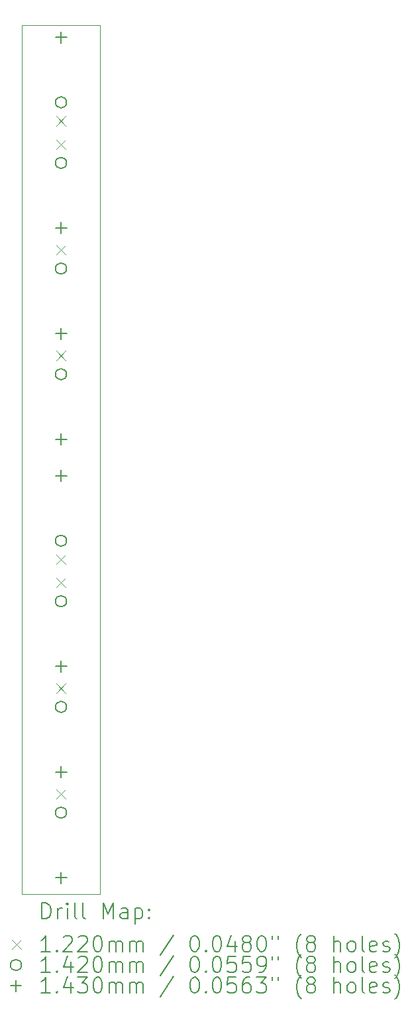
<source format=gbr>
%TF.GenerationSoftware,KiCad,Pcbnew,8.0.2-1*%
%TF.CreationDate,2024-06-17T10:06:54+02:00*%
%TF.ProjectId,passive-mult,70617373-6976-4652-9d6d-756c742e6b69,rev?*%
%TF.SameCoordinates,Original*%
%TF.FileFunction,Drillmap*%
%TF.FilePolarity,Positive*%
%FSLAX45Y45*%
G04 Gerber Fmt 4.5, Leading zero omitted, Abs format (unit mm)*
G04 Created by KiCad (PCBNEW 8.0.2-1) date 2024-06-17 10:06:54*
%MOMM*%
%LPD*%
G01*
G04 APERTURE LIST*
%ADD10C,0.100000*%
%ADD11C,0.200000*%
%ADD12C,0.122000*%
%ADD13C,0.142000*%
%ADD14C,0.143000*%
G04 APERTURE END LIST*
D10*
X5000000Y-5000000D02*
X6000000Y-5000000D01*
X6000000Y-16100000D01*
X5000000Y-16100000D01*
X5000000Y-5000000D01*
D11*
D12*
X5439000Y-6164000D02*
X5561000Y-6286000D01*
X5561000Y-6164000D02*
X5439000Y-6286000D01*
X5439000Y-6464000D02*
X5561000Y-6586000D01*
X5561000Y-6464000D02*
X5439000Y-6586000D01*
X5439000Y-7814000D02*
X5561000Y-7936000D01*
X5561000Y-7814000D02*
X5439000Y-7936000D01*
X5439000Y-9164000D02*
X5561000Y-9286000D01*
X5561000Y-9164000D02*
X5439000Y-9286000D01*
X5439000Y-11764000D02*
X5561000Y-11886000D01*
X5561000Y-11764000D02*
X5439000Y-11886000D01*
X5439000Y-12064000D02*
X5561000Y-12186000D01*
X5561000Y-12064000D02*
X5439000Y-12186000D01*
X5439000Y-13414000D02*
X5561000Y-13536000D01*
X5561000Y-13414000D02*
X5439000Y-13536000D01*
X5439000Y-14764000D02*
X5561000Y-14886000D01*
X5561000Y-14764000D02*
X5439000Y-14886000D01*
D13*
X5571000Y-5988000D02*
G75*
G02*
X5429000Y-5988000I-71000J0D01*
G01*
X5429000Y-5988000D02*
G75*
G02*
X5571000Y-5988000I71000J0D01*
G01*
X5571000Y-6762000D02*
G75*
G02*
X5429000Y-6762000I-71000J0D01*
G01*
X5429000Y-6762000D02*
G75*
G02*
X5571000Y-6762000I71000J0D01*
G01*
X5571000Y-8112000D02*
G75*
G02*
X5429000Y-8112000I-71000J0D01*
G01*
X5429000Y-8112000D02*
G75*
G02*
X5571000Y-8112000I71000J0D01*
G01*
X5571000Y-9462000D02*
G75*
G02*
X5429000Y-9462000I-71000J0D01*
G01*
X5429000Y-9462000D02*
G75*
G02*
X5571000Y-9462000I71000J0D01*
G01*
X5571000Y-11588000D02*
G75*
G02*
X5429000Y-11588000I-71000J0D01*
G01*
X5429000Y-11588000D02*
G75*
G02*
X5571000Y-11588000I71000J0D01*
G01*
X5571000Y-12362000D02*
G75*
G02*
X5429000Y-12362000I-71000J0D01*
G01*
X5429000Y-12362000D02*
G75*
G02*
X5571000Y-12362000I71000J0D01*
G01*
X5571000Y-13712000D02*
G75*
G02*
X5429000Y-13712000I-71000J0D01*
G01*
X5429000Y-13712000D02*
G75*
G02*
X5571000Y-13712000I71000J0D01*
G01*
X5571000Y-15062000D02*
G75*
G02*
X5429000Y-15062000I-71000J0D01*
G01*
X5429000Y-15062000D02*
G75*
G02*
X5571000Y-15062000I71000J0D01*
G01*
D14*
X5500000Y-5086500D02*
X5500000Y-5229500D01*
X5428500Y-5158000D02*
X5571500Y-5158000D01*
X5500000Y-7520500D02*
X5500000Y-7663500D01*
X5428500Y-7592000D02*
X5571500Y-7592000D01*
X5500000Y-8870500D02*
X5500000Y-9013500D01*
X5428500Y-8942000D02*
X5571500Y-8942000D01*
X5500000Y-10220500D02*
X5500000Y-10363500D01*
X5428500Y-10292000D02*
X5571500Y-10292000D01*
X5500000Y-10686500D02*
X5500000Y-10829500D01*
X5428500Y-10758000D02*
X5571500Y-10758000D01*
X5500000Y-13120500D02*
X5500000Y-13263500D01*
X5428500Y-13192000D02*
X5571500Y-13192000D01*
X5500000Y-14470500D02*
X5500000Y-14613500D01*
X5428500Y-14542000D02*
X5571500Y-14542000D01*
X5500000Y-15820500D02*
X5500000Y-15963500D01*
X5428500Y-15892000D02*
X5571500Y-15892000D01*
D11*
X5255777Y-16416484D02*
X5255777Y-16216484D01*
X5255777Y-16216484D02*
X5303396Y-16216484D01*
X5303396Y-16216484D02*
X5331967Y-16226008D01*
X5331967Y-16226008D02*
X5351015Y-16245055D01*
X5351015Y-16245055D02*
X5360539Y-16264103D01*
X5360539Y-16264103D02*
X5370063Y-16302198D01*
X5370063Y-16302198D02*
X5370063Y-16330769D01*
X5370063Y-16330769D02*
X5360539Y-16368865D01*
X5360539Y-16368865D02*
X5351015Y-16387912D01*
X5351015Y-16387912D02*
X5331967Y-16406960D01*
X5331967Y-16406960D02*
X5303396Y-16416484D01*
X5303396Y-16416484D02*
X5255777Y-16416484D01*
X5455777Y-16416484D02*
X5455777Y-16283150D01*
X5455777Y-16321246D02*
X5465301Y-16302198D01*
X5465301Y-16302198D02*
X5474824Y-16292674D01*
X5474824Y-16292674D02*
X5493872Y-16283150D01*
X5493872Y-16283150D02*
X5512920Y-16283150D01*
X5579586Y-16416484D02*
X5579586Y-16283150D01*
X5579586Y-16216484D02*
X5570063Y-16226008D01*
X5570063Y-16226008D02*
X5579586Y-16235531D01*
X5579586Y-16235531D02*
X5589110Y-16226008D01*
X5589110Y-16226008D02*
X5579586Y-16216484D01*
X5579586Y-16216484D02*
X5579586Y-16235531D01*
X5703396Y-16416484D02*
X5684348Y-16406960D01*
X5684348Y-16406960D02*
X5674824Y-16387912D01*
X5674824Y-16387912D02*
X5674824Y-16216484D01*
X5808158Y-16416484D02*
X5789110Y-16406960D01*
X5789110Y-16406960D02*
X5779586Y-16387912D01*
X5779586Y-16387912D02*
X5779586Y-16216484D01*
X6036729Y-16416484D02*
X6036729Y-16216484D01*
X6036729Y-16216484D02*
X6103396Y-16359341D01*
X6103396Y-16359341D02*
X6170062Y-16216484D01*
X6170062Y-16216484D02*
X6170062Y-16416484D01*
X6351015Y-16416484D02*
X6351015Y-16311722D01*
X6351015Y-16311722D02*
X6341491Y-16292674D01*
X6341491Y-16292674D02*
X6322443Y-16283150D01*
X6322443Y-16283150D02*
X6284348Y-16283150D01*
X6284348Y-16283150D02*
X6265301Y-16292674D01*
X6351015Y-16406960D02*
X6331967Y-16416484D01*
X6331967Y-16416484D02*
X6284348Y-16416484D01*
X6284348Y-16416484D02*
X6265301Y-16406960D01*
X6265301Y-16406960D02*
X6255777Y-16387912D01*
X6255777Y-16387912D02*
X6255777Y-16368865D01*
X6255777Y-16368865D02*
X6265301Y-16349817D01*
X6265301Y-16349817D02*
X6284348Y-16340293D01*
X6284348Y-16340293D02*
X6331967Y-16340293D01*
X6331967Y-16340293D02*
X6351015Y-16330769D01*
X6446253Y-16283150D02*
X6446253Y-16483150D01*
X6446253Y-16292674D02*
X6465301Y-16283150D01*
X6465301Y-16283150D02*
X6503396Y-16283150D01*
X6503396Y-16283150D02*
X6522443Y-16292674D01*
X6522443Y-16292674D02*
X6531967Y-16302198D01*
X6531967Y-16302198D02*
X6541491Y-16321246D01*
X6541491Y-16321246D02*
X6541491Y-16378388D01*
X6541491Y-16378388D02*
X6531967Y-16397436D01*
X6531967Y-16397436D02*
X6522443Y-16406960D01*
X6522443Y-16406960D02*
X6503396Y-16416484D01*
X6503396Y-16416484D02*
X6465301Y-16416484D01*
X6465301Y-16416484D02*
X6446253Y-16406960D01*
X6627205Y-16397436D02*
X6636729Y-16406960D01*
X6636729Y-16406960D02*
X6627205Y-16416484D01*
X6627205Y-16416484D02*
X6617682Y-16406960D01*
X6617682Y-16406960D02*
X6627205Y-16397436D01*
X6627205Y-16397436D02*
X6627205Y-16416484D01*
X6627205Y-16292674D02*
X6636729Y-16302198D01*
X6636729Y-16302198D02*
X6627205Y-16311722D01*
X6627205Y-16311722D02*
X6617682Y-16302198D01*
X6617682Y-16302198D02*
X6627205Y-16292674D01*
X6627205Y-16292674D02*
X6627205Y-16311722D01*
D12*
X4873000Y-16684000D02*
X4995000Y-16806000D01*
X4995000Y-16684000D02*
X4873000Y-16806000D01*
D11*
X5360539Y-16836484D02*
X5246253Y-16836484D01*
X5303396Y-16836484D02*
X5303396Y-16636484D01*
X5303396Y-16636484D02*
X5284348Y-16665055D01*
X5284348Y-16665055D02*
X5265301Y-16684103D01*
X5265301Y-16684103D02*
X5246253Y-16693627D01*
X5446253Y-16817436D02*
X5455777Y-16826960D01*
X5455777Y-16826960D02*
X5446253Y-16836484D01*
X5446253Y-16836484D02*
X5436729Y-16826960D01*
X5436729Y-16826960D02*
X5446253Y-16817436D01*
X5446253Y-16817436D02*
X5446253Y-16836484D01*
X5531967Y-16655531D02*
X5541491Y-16646008D01*
X5541491Y-16646008D02*
X5560539Y-16636484D01*
X5560539Y-16636484D02*
X5608158Y-16636484D01*
X5608158Y-16636484D02*
X5627205Y-16646008D01*
X5627205Y-16646008D02*
X5636729Y-16655531D01*
X5636729Y-16655531D02*
X5646253Y-16674579D01*
X5646253Y-16674579D02*
X5646253Y-16693627D01*
X5646253Y-16693627D02*
X5636729Y-16722198D01*
X5636729Y-16722198D02*
X5522444Y-16836484D01*
X5522444Y-16836484D02*
X5646253Y-16836484D01*
X5722443Y-16655531D02*
X5731967Y-16646008D01*
X5731967Y-16646008D02*
X5751015Y-16636484D01*
X5751015Y-16636484D02*
X5798634Y-16636484D01*
X5798634Y-16636484D02*
X5817682Y-16646008D01*
X5817682Y-16646008D02*
X5827205Y-16655531D01*
X5827205Y-16655531D02*
X5836729Y-16674579D01*
X5836729Y-16674579D02*
X5836729Y-16693627D01*
X5836729Y-16693627D02*
X5827205Y-16722198D01*
X5827205Y-16722198D02*
X5712920Y-16836484D01*
X5712920Y-16836484D02*
X5836729Y-16836484D01*
X5960539Y-16636484D02*
X5979586Y-16636484D01*
X5979586Y-16636484D02*
X5998634Y-16646008D01*
X5998634Y-16646008D02*
X6008158Y-16655531D01*
X6008158Y-16655531D02*
X6017682Y-16674579D01*
X6017682Y-16674579D02*
X6027205Y-16712674D01*
X6027205Y-16712674D02*
X6027205Y-16760293D01*
X6027205Y-16760293D02*
X6017682Y-16798389D01*
X6017682Y-16798389D02*
X6008158Y-16817436D01*
X6008158Y-16817436D02*
X5998634Y-16826960D01*
X5998634Y-16826960D02*
X5979586Y-16836484D01*
X5979586Y-16836484D02*
X5960539Y-16836484D01*
X5960539Y-16836484D02*
X5941491Y-16826960D01*
X5941491Y-16826960D02*
X5931967Y-16817436D01*
X5931967Y-16817436D02*
X5922443Y-16798389D01*
X5922443Y-16798389D02*
X5912920Y-16760293D01*
X5912920Y-16760293D02*
X5912920Y-16712674D01*
X5912920Y-16712674D02*
X5922443Y-16674579D01*
X5922443Y-16674579D02*
X5931967Y-16655531D01*
X5931967Y-16655531D02*
X5941491Y-16646008D01*
X5941491Y-16646008D02*
X5960539Y-16636484D01*
X6112920Y-16836484D02*
X6112920Y-16703150D01*
X6112920Y-16722198D02*
X6122443Y-16712674D01*
X6122443Y-16712674D02*
X6141491Y-16703150D01*
X6141491Y-16703150D02*
X6170063Y-16703150D01*
X6170063Y-16703150D02*
X6189110Y-16712674D01*
X6189110Y-16712674D02*
X6198634Y-16731722D01*
X6198634Y-16731722D02*
X6198634Y-16836484D01*
X6198634Y-16731722D02*
X6208158Y-16712674D01*
X6208158Y-16712674D02*
X6227205Y-16703150D01*
X6227205Y-16703150D02*
X6255777Y-16703150D01*
X6255777Y-16703150D02*
X6274824Y-16712674D01*
X6274824Y-16712674D02*
X6284348Y-16731722D01*
X6284348Y-16731722D02*
X6284348Y-16836484D01*
X6379586Y-16836484D02*
X6379586Y-16703150D01*
X6379586Y-16722198D02*
X6389110Y-16712674D01*
X6389110Y-16712674D02*
X6408158Y-16703150D01*
X6408158Y-16703150D02*
X6436729Y-16703150D01*
X6436729Y-16703150D02*
X6455777Y-16712674D01*
X6455777Y-16712674D02*
X6465301Y-16731722D01*
X6465301Y-16731722D02*
X6465301Y-16836484D01*
X6465301Y-16731722D02*
X6474824Y-16712674D01*
X6474824Y-16712674D02*
X6493872Y-16703150D01*
X6493872Y-16703150D02*
X6522443Y-16703150D01*
X6522443Y-16703150D02*
X6541491Y-16712674D01*
X6541491Y-16712674D02*
X6551015Y-16731722D01*
X6551015Y-16731722D02*
X6551015Y-16836484D01*
X6941491Y-16626960D02*
X6770063Y-16884103D01*
X7198634Y-16636484D02*
X7217682Y-16636484D01*
X7217682Y-16636484D02*
X7236729Y-16646008D01*
X7236729Y-16646008D02*
X7246253Y-16655531D01*
X7246253Y-16655531D02*
X7255777Y-16674579D01*
X7255777Y-16674579D02*
X7265301Y-16712674D01*
X7265301Y-16712674D02*
X7265301Y-16760293D01*
X7265301Y-16760293D02*
X7255777Y-16798389D01*
X7255777Y-16798389D02*
X7246253Y-16817436D01*
X7246253Y-16817436D02*
X7236729Y-16826960D01*
X7236729Y-16826960D02*
X7217682Y-16836484D01*
X7217682Y-16836484D02*
X7198634Y-16836484D01*
X7198634Y-16836484D02*
X7179586Y-16826960D01*
X7179586Y-16826960D02*
X7170063Y-16817436D01*
X7170063Y-16817436D02*
X7160539Y-16798389D01*
X7160539Y-16798389D02*
X7151015Y-16760293D01*
X7151015Y-16760293D02*
X7151015Y-16712674D01*
X7151015Y-16712674D02*
X7160539Y-16674579D01*
X7160539Y-16674579D02*
X7170063Y-16655531D01*
X7170063Y-16655531D02*
X7179586Y-16646008D01*
X7179586Y-16646008D02*
X7198634Y-16636484D01*
X7351015Y-16817436D02*
X7360539Y-16826960D01*
X7360539Y-16826960D02*
X7351015Y-16836484D01*
X7351015Y-16836484D02*
X7341491Y-16826960D01*
X7341491Y-16826960D02*
X7351015Y-16817436D01*
X7351015Y-16817436D02*
X7351015Y-16836484D01*
X7484348Y-16636484D02*
X7503396Y-16636484D01*
X7503396Y-16636484D02*
X7522444Y-16646008D01*
X7522444Y-16646008D02*
X7531967Y-16655531D01*
X7531967Y-16655531D02*
X7541491Y-16674579D01*
X7541491Y-16674579D02*
X7551015Y-16712674D01*
X7551015Y-16712674D02*
X7551015Y-16760293D01*
X7551015Y-16760293D02*
X7541491Y-16798389D01*
X7541491Y-16798389D02*
X7531967Y-16817436D01*
X7531967Y-16817436D02*
X7522444Y-16826960D01*
X7522444Y-16826960D02*
X7503396Y-16836484D01*
X7503396Y-16836484D02*
X7484348Y-16836484D01*
X7484348Y-16836484D02*
X7465301Y-16826960D01*
X7465301Y-16826960D02*
X7455777Y-16817436D01*
X7455777Y-16817436D02*
X7446253Y-16798389D01*
X7446253Y-16798389D02*
X7436729Y-16760293D01*
X7436729Y-16760293D02*
X7436729Y-16712674D01*
X7436729Y-16712674D02*
X7446253Y-16674579D01*
X7446253Y-16674579D02*
X7455777Y-16655531D01*
X7455777Y-16655531D02*
X7465301Y-16646008D01*
X7465301Y-16646008D02*
X7484348Y-16636484D01*
X7722444Y-16703150D02*
X7722444Y-16836484D01*
X7674825Y-16626960D02*
X7627206Y-16769817D01*
X7627206Y-16769817D02*
X7751015Y-16769817D01*
X7855777Y-16722198D02*
X7836729Y-16712674D01*
X7836729Y-16712674D02*
X7827206Y-16703150D01*
X7827206Y-16703150D02*
X7817682Y-16684103D01*
X7817682Y-16684103D02*
X7817682Y-16674579D01*
X7817682Y-16674579D02*
X7827206Y-16655531D01*
X7827206Y-16655531D02*
X7836729Y-16646008D01*
X7836729Y-16646008D02*
X7855777Y-16636484D01*
X7855777Y-16636484D02*
X7893872Y-16636484D01*
X7893872Y-16636484D02*
X7912920Y-16646008D01*
X7912920Y-16646008D02*
X7922444Y-16655531D01*
X7922444Y-16655531D02*
X7931967Y-16674579D01*
X7931967Y-16674579D02*
X7931967Y-16684103D01*
X7931967Y-16684103D02*
X7922444Y-16703150D01*
X7922444Y-16703150D02*
X7912920Y-16712674D01*
X7912920Y-16712674D02*
X7893872Y-16722198D01*
X7893872Y-16722198D02*
X7855777Y-16722198D01*
X7855777Y-16722198D02*
X7836729Y-16731722D01*
X7836729Y-16731722D02*
X7827206Y-16741246D01*
X7827206Y-16741246D02*
X7817682Y-16760293D01*
X7817682Y-16760293D02*
X7817682Y-16798389D01*
X7817682Y-16798389D02*
X7827206Y-16817436D01*
X7827206Y-16817436D02*
X7836729Y-16826960D01*
X7836729Y-16826960D02*
X7855777Y-16836484D01*
X7855777Y-16836484D02*
X7893872Y-16836484D01*
X7893872Y-16836484D02*
X7912920Y-16826960D01*
X7912920Y-16826960D02*
X7922444Y-16817436D01*
X7922444Y-16817436D02*
X7931967Y-16798389D01*
X7931967Y-16798389D02*
X7931967Y-16760293D01*
X7931967Y-16760293D02*
X7922444Y-16741246D01*
X7922444Y-16741246D02*
X7912920Y-16731722D01*
X7912920Y-16731722D02*
X7893872Y-16722198D01*
X8055777Y-16636484D02*
X8074825Y-16636484D01*
X8074825Y-16636484D02*
X8093872Y-16646008D01*
X8093872Y-16646008D02*
X8103396Y-16655531D01*
X8103396Y-16655531D02*
X8112920Y-16674579D01*
X8112920Y-16674579D02*
X8122444Y-16712674D01*
X8122444Y-16712674D02*
X8122444Y-16760293D01*
X8122444Y-16760293D02*
X8112920Y-16798389D01*
X8112920Y-16798389D02*
X8103396Y-16817436D01*
X8103396Y-16817436D02*
X8093872Y-16826960D01*
X8093872Y-16826960D02*
X8074825Y-16836484D01*
X8074825Y-16836484D02*
X8055777Y-16836484D01*
X8055777Y-16836484D02*
X8036729Y-16826960D01*
X8036729Y-16826960D02*
X8027206Y-16817436D01*
X8027206Y-16817436D02*
X8017682Y-16798389D01*
X8017682Y-16798389D02*
X8008158Y-16760293D01*
X8008158Y-16760293D02*
X8008158Y-16712674D01*
X8008158Y-16712674D02*
X8017682Y-16674579D01*
X8017682Y-16674579D02*
X8027206Y-16655531D01*
X8027206Y-16655531D02*
X8036729Y-16646008D01*
X8036729Y-16646008D02*
X8055777Y-16636484D01*
X8198634Y-16636484D02*
X8198634Y-16674579D01*
X8274825Y-16636484D02*
X8274825Y-16674579D01*
X8570063Y-16912674D02*
X8560539Y-16903150D01*
X8560539Y-16903150D02*
X8541491Y-16874579D01*
X8541491Y-16874579D02*
X8531968Y-16855531D01*
X8531968Y-16855531D02*
X8522444Y-16826960D01*
X8522444Y-16826960D02*
X8512920Y-16779341D01*
X8512920Y-16779341D02*
X8512920Y-16741246D01*
X8512920Y-16741246D02*
X8522444Y-16693627D01*
X8522444Y-16693627D02*
X8531968Y-16665055D01*
X8531968Y-16665055D02*
X8541491Y-16646008D01*
X8541491Y-16646008D02*
X8560539Y-16617436D01*
X8560539Y-16617436D02*
X8570063Y-16607912D01*
X8674825Y-16722198D02*
X8655777Y-16712674D01*
X8655777Y-16712674D02*
X8646253Y-16703150D01*
X8646253Y-16703150D02*
X8636730Y-16684103D01*
X8636730Y-16684103D02*
X8636730Y-16674579D01*
X8636730Y-16674579D02*
X8646253Y-16655531D01*
X8646253Y-16655531D02*
X8655777Y-16646008D01*
X8655777Y-16646008D02*
X8674825Y-16636484D01*
X8674825Y-16636484D02*
X8712920Y-16636484D01*
X8712920Y-16636484D02*
X8731968Y-16646008D01*
X8731968Y-16646008D02*
X8741491Y-16655531D01*
X8741491Y-16655531D02*
X8751015Y-16674579D01*
X8751015Y-16674579D02*
X8751015Y-16684103D01*
X8751015Y-16684103D02*
X8741491Y-16703150D01*
X8741491Y-16703150D02*
X8731968Y-16712674D01*
X8731968Y-16712674D02*
X8712920Y-16722198D01*
X8712920Y-16722198D02*
X8674825Y-16722198D01*
X8674825Y-16722198D02*
X8655777Y-16731722D01*
X8655777Y-16731722D02*
X8646253Y-16741246D01*
X8646253Y-16741246D02*
X8636730Y-16760293D01*
X8636730Y-16760293D02*
X8636730Y-16798389D01*
X8636730Y-16798389D02*
X8646253Y-16817436D01*
X8646253Y-16817436D02*
X8655777Y-16826960D01*
X8655777Y-16826960D02*
X8674825Y-16836484D01*
X8674825Y-16836484D02*
X8712920Y-16836484D01*
X8712920Y-16836484D02*
X8731968Y-16826960D01*
X8731968Y-16826960D02*
X8741491Y-16817436D01*
X8741491Y-16817436D02*
X8751015Y-16798389D01*
X8751015Y-16798389D02*
X8751015Y-16760293D01*
X8751015Y-16760293D02*
X8741491Y-16741246D01*
X8741491Y-16741246D02*
X8731968Y-16731722D01*
X8731968Y-16731722D02*
X8712920Y-16722198D01*
X8989111Y-16836484D02*
X8989111Y-16636484D01*
X9074825Y-16836484D02*
X9074825Y-16731722D01*
X9074825Y-16731722D02*
X9065301Y-16712674D01*
X9065301Y-16712674D02*
X9046253Y-16703150D01*
X9046253Y-16703150D02*
X9017682Y-16703150D01*
X9017682Y-16703150D02*
X8998634Y-16712674D01*
X8998634Y-16712674D02*
X8989111Y-16722198D01*
X9198634Y-16836484D02*
X9179587Y-16826960D01*
X9179587Y-16826960D02*
X9170063Y-16817436D01*
X9170063Y-16817436D02*
X9160539Y-16798389D01*
X9160539Y-16798389D02*
X9160539Y-16741246D01*
X9160539Y-16741246D02*
X9170063Y-16722198D01*
X9170063Y-16722198D02*
X9179587Y-16712674D01*
X9179587Y-16712674D02*
X9198634Y-16703150D01*
X9198634Y-16703150D02*
X9227206Y-16703150D01*
X9227206Y-16703150D02*
X9246253Y-16712674D01*
X9246253Y-16712674D02*
X9255777Y-16722198D01*
X9255777Y-16722198D02*
X9265301Y-16741246D01*
X9265301Y-16741246D02*
X9265301Y-16798389D01*
X9265301Y-16798389D02*
X9255777Y-16817436D01*
X9255777Y-16817436D02*
X9246253Y-16826960D01*
X9246253Y-16826960D02*
X9227206Y-16836484D01*
X9227206Y-16836484D02*
X9198634Y-16836484D01*
X9379587Y-16836484D02*
X9360539Y-16826960D01*
X9360539Y-16826960D02*
X9351015Y-16807912D01*
X9351015Y-16807912D02*
X9351015Y-16636484D01*
X9531968Y-16826960D02*
X9512920Y-16836484D01*
X9512920Y-16836484D02*
X9474825Y-16836484D01*
X9474825Y-16836484D02*
X9455777Y-16826960D01*
X9455777Y-16826960D02*
X9446253Y-16807912D01*
X9446253Y-16807912D02*
X9446253Y-16731722D01*
X9446253Y-16731722D02*
X9455777Y-16712674D01*
X9455777Y-16712674D02*
X9474825Y-16703150D01*
X9474825Y-16703150D02*
X9512920Y-16703150D01*
X9512920Y-16703150D02*
X9531968Y-16712674D01*
X9531968Y-16712674D02*
X9541492Y-16731722D01*
X9541492Y-16731722D02*
X9541492Y-16750769D01*
X9541492Y-16750769D02*
X9446253Y-16769817D01*
X9617682Y-16826960D02*
X9636730Y-16836484D01*
X9636730Y-16836484D02*
X9674825Y-16836484D01*
X9674825Y-16836484D02*
X9693873Y-16826960D01*
X9693873Y-16826960D02*
X9703396Y-16807912D01*
X9703396Y-16807912D02*
X9703396Y-16798389D01*
X9703396Y-16798389D02*
X9693873Y-16779341D01*
X9693873Y-16779341D02*
X9674825Y-16769817D01*
X9674825Y-16769817D02*
X9646253Y-16769817D01*
X9646253Y-16769817D02*
X9627206Y-16760293D01*
X9627206Y-16760293D02*
X9617682Y-16741246D01*
X9617682Y-16741246D02*
X9617682Y-16731722D01*
X9617682Y-16731722D02*
X9627206Y-16712674D01*
X9627206Y-16712674D02*
X9646253Y-16703150D01*
X9646253Y-16703150D02*
X9674825Y-16703150D01*
X9674825Y-16703150D02*
X9693873Y-16712674D01*
X9770063Y-16912674D02*
X9779587Y-16903150D01*
X9779587Y-16903150D02*
X9798634Y-16874579D01*
X9798634Y-16874579D02*
X9808158Y-16855531D01*
X9808158Y-16855531D02*
X9817682Y-16826960D01*
X9817682Y-16826960D02*
X9827206Y-16779341D01*
X9827206Y-16779341D02*
X9827206Y-16741246D01*
X9827206Y-16741246D02*
X9817682Y-16693627D01*
X9817682Y-16693627D02*
X9808158Y-16665055D01*
X9808158Y-16665055D02*
X9798634Y-16646008D01*
X9798634Y-16646008D02*
X9779587Y-16617436D01*
X9779587Y-16617436D02*
X9770063Y-16607912D01*
D13*
X4995000Y-17009000D02*
G75*
G02*
X4853000Y-17009000I-71000J0D01*
G01*
X4853000Y-17009000D02*
G75*
G02*
X4995000Y-17009000I71000J0D01*
G01*
D11*
X5360539Y-17100484D02*
X5246253Y-17100484D01*
X5303396Y-17100484D02*
X5303396Y-16900484D01*
X5303396Y-16900484D02*
X5284348Y-16929055D01*
X5284348Y-16929055D02*
X5265301Y-16948103D01*
X5265301Y-16948103D02*
X5246253Y-16957627D01*
X5446253Y-17081436D02*
X5455777Y-17090960D01*
X5455777Y-17090960D02*
X5446253Y-17100484D01*
X5446253Y-17100484D02*
X5436729Y-17090960D01*
X5436729Y-17090960D02*
X5446253Y-17081436D01*
X5446253Y-17081436D02*
X5446253Y-17100484D01*
X5627205Y-16967150D02*
X5627205Y-17100484D01*
X5579586Y-16890960D02*
X5531967Y-17033817D01*
X5531967Y-17033817D02*
X5655777Y-17033817D01*
X5722443Y-16919531D02*
X5731967Y-16910008D01*
X5731967Y-16910008D02*
X5751015Y-16900484D01*
X5751015Y-16900484D02*
X5798634Y-16900484D01*
X5798634Y-16900484D02*
X5817682Y-16910008D01*
X5817682Y-16910008D02*
X5827205Y-16919531D01*
X5827205Y-16919531D02*
X5836729Y-16938579D01*
X5836729Y-16938579D02*
X5836729Y-16957627D01*
X5836729Y-16957627D02*
X5827205Y-16986198D01*
X5827205Y-16986198D02*
X5712920Y-17100484D01*
X5712920Y-17100484D02*
X5836729Y-17100484D01*
X5960539Y-16900484D02*
X5979586Y-16900484D01*
X5979586Y-16900484D02*
X5998634Y-16910008D01*
X5998634Y-16910008D02*
X6008158Y-16919531D01*
X6008158Y-16919531D02*
X6017682Y-16938579D01*
X6017682Y-16938579D02*
X6027205Y-16976674D01*
X6027205Y-16976674D02*
X6027205Y-17024293D01*
X6027205Y-17024293D02*
X6017682Y-17062389D01*
X6017682Y-17062389D02*
X6008158Y-17081436D01*
X6008158Y-17081436D02*
X5998634Y-17090960D01*
X5998634Y-17090960D02*
X5979586Y-17100484D01*
X5979586Y-17100484D02*
X5960539Y-17100484D01*
X5960539Y-17100484D02*
X5941491Y-17090960D01*
X5941491Y-17090960D02*
X5931967Y-17081436D01*
X5931967Y-17081436D02*
X5922443Y-17062389D01*
X5922443Y-17062389D02*
X5912920Y-17024293D01*
X5912920Y-17024293D02*
X5912920Y-16976674D01*
X5912920Y-16976674D02*
X5922443Y-16938579D01*
X5922443Y-16938579D02*
X5931967Y-16919531D01*
X5931967Y-16919531D02*
X5941491Y-16910008D01*
X5941491Y-16910008D02*
X5960539Y-16900484D01*
X6112920Y-17100484D02*
X6112920Y-16967150D01*
X6112920Y-16986198D02*
X6122443Y-16976674D01*
X6122443Y-16976674D02*
X6141491Y-16967150D01*
X6141491Y-16967150D02*
X6170063Y-16967150D01*
X6170063Y-16967150D02*
X6189110Y-16976674D01*
X6189110Y-16976674D02*
X6198634Y-16995722D01*
X6198634Y-16995722D02*
X6198634Y-17100484D01*
X6198634Y-16995722D02*
X6208158Y-16976674D01*
X6208158Y-16976674D02*
X6227205Y-16967150D01*
X6227205Y-16967150D02*
X6255777Y-16967150D01*
X6255777Y-16967150D02*
X6274824Y-16976674D01*
X6274824Y-16976674D02*
X6284348Y-16995722D01*
X6284348Y-16995722D02*
X6284348Y-17100484D01*
X6379586Y-17100484D02*
X6379586Y-16967150D01*
X6379586Y-16986198D02*
X6389110Y-16976674D01*
X6389110Y-16976674D02*
X6408158Y-16967150D01*
X6408158Y-16967150D02*
X6436729Y-16967150D01*
X6436729Y-16967150D02*
X6455777Y-16976674D01*
X6455777Y-16976674D02*
X6465301Y-16995722D01*
X6465301Y-16995722D02*
X6465301Y-17100484D01*
X6465301Y-16995722D02*
X6474824Y-16976674D01*
X6474824Y-16976674D02*
X6493872Y-16967150D01*
X6493872Y-16967150D02*
X6522443Y-16967150D01*
X6522443Y-16967150D02*
X6541491Y-16976674D01*
X6541491Y-16976674D02*
X6551015Y-16995722D01*
X6551015Y-16995722D02*
X6551015Y-17100484D01*
X6941491Y-16890960D02*
X6770063Y-17148103D01*
X7198634Y-16900484D02*
X7217682Y-16900484D01*
X7217682Y-16900484D02*
X7236729Y-16910008D01*
X7236729Y-16910008D02*
X7246253Y-16919531D01*
X7246253Y-16919531D02*
X7255777Y-16938579D01*
X7255777Y-16938579D02*
X7265301Y-16976674D01*
X7265301Y-16976674D02*
X7265301Y-17024293D01*
X7265301Y-17024293D02*
X7255777Y-17062389D01*
X7255777Y-17062389D02*
X7246253Y-17081436D01*
X7246253Y-17081436D02*
X7236729Y-17090960D01*
X7236729Y-17090960D02*
X7217682Y-17100484D01*
X7217682Y-17100484D02*
X7198634Y-17100484D01*
X7198634Y-17100484D02*
X7179586Y-17090960D01*
X7179586Y-17090960D02*
X7170063Y-17081436D01*
X7170063Y-17081436D02*
X7160539Y-17062389D01*
X7160539Y-17062389D02*
X7151015Y-17024293D01*
X7151015Y-17024293D02*
X7151015Y-16976674D01*
X7151015Y-16976674D02*
X7160539Y-16938579D01*
X7160539Y-16938579D02*
X7170063Y-16919531D01*
X7170063Y-16919531D02*
X7179586Y-16910008D01*
X7179586Y-16910008D02*
X7198634Y-16900484D01*
X7351015Y-17081436D02*
X7360539Y-17090960D01*
X7360539Y-17090960D02*
X7351015Y-17100484D01*
X7351015Y-17100484D02*
X7341491Y-17090960D01*
X7341491Y-17090960D02*
X7351015Y-17081436D01*
X7351015Y-17081436D02*
X7351015Y-17100484D01*
X7484348Y-16900484D02*
X7503396Y-16900484D01*
X7503396Y-16900484D02*
X7522444Y-16910008D01*
X7522444Y-16910008D02*
X7531967Y-16919531D01*
X7531967Y-16919531D02*
X7541491Y-16938579D01*
X7541491Y-16938579D02*
X7551015Y-16976674D01*
X7551015Y-16976674D02*
X7551015Y-17024293D01*
X7551015Y-17024293D02*
X7541491Y-17062389D01*
X7541491Y-17062389D02*
X7531967Y-17081436D01*
X7531967Y-17081436D02*
X7522444Y-17090960D01*
X7522444Y-17090960D02*
X7503396Y-17100484D01*
X7503396Y-17100484D02*
X7484348Y-17100484D01*
X7484348Y-17100484D02*
X7465301Y-17090960D01*
X7465301Y-17090960D02*
X7455777Y-17081436D01*
X7455777Y-17081436D02*
X7446253Y-17062389D01*
X7446253Y-17062389D02*
X7436729Y-17024293D01*
X7436729Y-17024293D02*
X7436729Y-16976674D01*
X7436729Y-16976674D02*
X7446253Y-16938579D01*
X7446253Y-16938579D02*
X7455777Y-16919531D01*
X7455777Y-16919531D02*
X7465301Y-16910008D01*
X7465301Y-16910008D02*
X7484348Y-16900484D01*
X7731967Y-16900484D02*
X7636729Y-16900484D01*
X7636729Y-16900484D02*
X7627206Y-16995722D01*
X7627206Y-16995722D02*
X7636729Y-16986198D01*
X7636729Y-16986198D02*
X7655777Y-16976674D01*
X7655777Y-16976674D02*
X7703396Y-16976674D01*
X7703396Y-16976674D02*
X7722444Y-16986198D01*
X7722444Y-16986198D02*
X7731967Y-16995722D01*
X7731967Y-16995722D02*
X7741491Y-17014770D01*
X7741491Y-17014770D02*
X7741491Y-17062389D01*
X7741491Y-17062389D02*
X7731967Y-17081436D01*
X7731967Y-17081436D02*
X7722444Y-17090960D01*
X7722444Y-17090960D02*
X7703396Y-17100484D01*
X7703396Y-17100484D02*
X7655777Y-17100484D01*
X7655777Y-17100484D02*
X7636729Y-17090960D01*
X7636729Y-17090960D02*
X7627206Y-17081436D01*
X7922444Y-16900484D02*
X7827206Y-16900484D01*
X7827206Y-16900484D02*
X7817682Y-16995722D01*
X7817682Y-16995722D02*
X7827206Y-16986198D01*
X7827206Y-16986198D02*
X7846253Y-16976674D01*
X7846253Y-16976674D02*
X7893872Y-16976674D01*
X7893872Y-16976674D02*
X7912920Y-16986198D01*
X7912920Y-16986198D02*
X7922444Y-16995722D01*
X7922444Y-16995722D02*
X7931967Y-17014770D01*
X7931967Y-17014770D02*
X7931967Y-17062389D01*
X7931967Y-17062389D02*
X7922444Y-17081436D01*
X7922444Y-17081436D02*
X7912920Y-17090960D01*
X7912920Y-17090960D02*
X7893872Y-17100484D01*
X7893872Y-17100484D02*
X7846253Y-17100484D01*
X7846253Y-17100484D02*
X7827206Y-17090960D01*
X7827206Y-17090960D02*
X7817682Y-17081436D01*
X8027206Y-17100484D02*
X8065301Y-17100484D01*
X8065301Y-17100484D02*
X8084348Y-17090960D01*
X8084348Y-17090960D02*
X8093872Y-17081436D01*
X8093872Y-17081436D02*
X8112920Y-17052865D01*
X8112920Y-17052865D02*
X8122444Y-17014770D01*
X8122444Y-17014770D02*
X8122444Y-16938579D01*
X8122444Y-16938579D02*
X8112920Y-16919531D01*
X8112920Y-16919531D02*
X8103396Y-16910008D01*
X8103396Y-16910008D02*
X8084348Y-16900484D01*
X8084348Y-16900484D02*
X8046253Y-16900484D01*
X8046253Y-16900484D02*
X8027206Y-16910008D01*
X8027206Y-16910008D02*
X8017682Y-16919531D01*
X8017682Y-16919531D02*
X8008158Y-16938579D01*
X8008158Y-16938579D02*
X8008158Y-16986198D01*
X8008158Y-16986198D02*
X8017682Y-17005246D01*
X8017682Y-17005246D02*
X8027206Y-17014770D01*
X8027206Y-17014770D02*
X8046253Y-17024293D01*
X8046253Y-17024293D02*
X8084348Y-17024293D01*
X8084348Y-17024293D02*
X8103396Y-17014770D01*
X8103396Y-17014770D02*
X8112920Y-17005246D01*
X8112920Y-17005246D02*
X8122444Y-16986198D01*
X8198634Y-16900484D02*
X8198634Y-16938579D01*
X8274825Y-16900484D02*
X8274825Y-16938579D01*
X8570063Y-17176674D02*
X8560539Y-17167150D01*
X8560539Y-17167150D02*
X8541491Y-17138579D01*
X8541491Y-17138579D02*
X8531968Y-17119531D01*
X8531968Y-17119531D02*
X8522444Y-17090960D01*
X8522444Y-17090960D02*
X8512920Y-17043341D01*
X8512920Y-17043341D02*
X8512920Y-17005246D01*
X8512920Y-17005246D02*
X8522444Y-16957627D01*
X8522444Y-16957627D02*
X8531968Y-16929055D01*
X8531968Y-16929055D02*
X8541491Y-16910008D01*
X8541491Y-16910008D02*
X8560539Y-16881436D01*
X8560539Y-16881436D02*
X8570063Y-16871912D01*
X8674825Y-16986198D02*
X8655777Y-16976674D01*
X8655777Y-16976674D02*
X8646253Y-16967150D01*
X8646253Y-16967150D02*
X8636730Y-16948103D01*
X8636730Y-16948103D02*
X8636730Y-16938579D01*
X8636730Y-16938579D02*
X8646253Y-16919531D01*
X8646253Y-16919531D02*
X8655777Y-16910008D01*
X8655777Y-16910008D02*
X8674825Y-16900484D01*
X8674825Y-16900484D02*
X8712920Y-16900484D01*
X8712920Y-16900484D02*
X8731968Y-16910008D01*
X8731968Y-16910008D02*
X8741491Y-16919531D01*
X8741491Y-16919531D02*
X8751015Y-16938579D01*
X8751015Y-16938579D02*
X8751015Y-16948103D01*
X8751015Y-16948103D02*
X8741491Y-16967150D01*
X8741491Y-16967150D02*
X8731968Y-16976674D01*
X8731968Y-16976674D02*
X8712920Y-16986198D01*
X8712920Y-16986198D02*
X8674825Y-16986198D01*
X8674825Y-16986198D02*
X8655777Y-16995722D01*
X8655777Y-16995722D02*
X8646253Y-17005246D01*
X8646253Y-17005246D02*
X8636730Y-17024293D01*
X8636730Y-17024293D02*
X8636730Y-17062389D01*
X8636730Y-17062389D02*
X8646253Y-17081436D01*
X8646253Y-17081436D02*
X8655777Y-17090960D01*
X8655777Y-17090960D02*
X8674825Y-17100484D01*
X8674825Y-17100484D02*
X8712920Y-17100484D01*
X8712920Y-17100484D02*
X8731968Y-17090960D01*
X8731968Y-17090960D02*
X8741491Y-17081436D01*
X8741491Y-17081436D02*
X8751015Y-17062389D01*
X8751015Y-17062389D02*
X8751015Y-17024293D01*
X8751015Y-17024293D02*
X8741491Y-17005246D01*
X8741491Y-17005246D02*
X8731968Y-16995722D01*
X8731968Y-16995722D02*
X8712920Y-16986198D01*
X8989111Y-17100484D02*
X8989111Y-16900484D01*
X9074825Y-17100484D02*
X9074825Y-16995722D01*
X9074825Y-16995722D02*
X9065301Y-16976674D01*
X9065301Y-16976674D02*
X9046253Y-16967150D01*
X9046253Y-16967150D02*
X9017682Y-16967150D01*
X9017682Y-16967150D02*
X8998634Y-16976674D01*
X8998634Y-16976674D02*
X8989111Y-16986198D01*
X9198634Y-17100484D02*
X9179587Y-17090960D01*
X9179587Y-17090960D02*
X9170063Y-17081436D01*
X9170063Y-17081436D02*
X9160539Y-17062389D01*
X9160539Y-17062389D02*
X9160539Y-17005246D01*
X9160539Y-17005246D02*
X9170063Y-16986198D01*
X9170063Y-16986198D02*
X9179587Y-16976674D01*
X9179587Y-16976674D02*
X9198634Y-16967150D01*
X9198634Y-16967150D02*
X9227206Y-16967150D01*
X9227206Y-16967150D02*
X9246253Y-16976674D01*
X9246253Y-16976674D02*
X9255777Y-16986198D01*
X9255777Y-16986198D02*
X9265301Y-17005246D01*
X9265301Y-17005246D02*
X9265301Y-17062389D01*
X9265301Y-17062389D02*
X9255777Y-17081436D01*
X9255777Y-17081436D02*
X9246253Y-17090960D01*
X9246253Y-17090960D02*
X9227206Y-17100484D01*
X9227206Y-17100484D02*
X9198634Y-17100484D01*
X9379587Y-17100484D02*
X9360539Y-17090960D01*
X9360539Y-17090960D02*
X9351015Y-17071912D01*
X9351015Y-17071912D02*
X9351015Y-16900484D01*
X9531968Y-17090960D02*
X9512920Y-17100484D01*
X9512920Y-17100484D02*
X9474825Y-17100484D01*
X9474825Y-17100484D02*
X9455777Y-17090960D01*
X9455777Y-17090960D02*
X9446253Y-17071912D01*
X9446253Y-17071912D02*
X9446253Y-16995722D01*
X9446253Y-16995722D02*
X9455777Y-16976674D01*
X9455777Y-16976674D02*
X9474825Y-16967150D01*
X9474825Y-16967150D02*
X9512920Y-16967150D01*
X9512920Y-16967150D02*
X9531968Y-16976674D01*
X9531968Y-16976674D02*
X9541492Y-16995722D01*
X9541492Y-16995722D02*
X9541492Y-17014770D01*
X9541492Y-17014770D02*
X9446253Y-17033817D01*
X9617682Y-17090960D02*
X9636730Y-17100484D01*
X9636730Y-17100484D02*
X9674825Y-17100484D01*
X9674825Y-17100484D02*
X9693873Y-17090960D01*
X9693873Y-17090960D02*
X9703396Y-17071912D01*
X9703396Y-17071912D02*
X9703396Y-17062389D01*
X9703396Y-17062389D02*
X9693873Y-17043341D01*
X9693873Y-17043341D02*
X9674825Y-17033817D01*
X9674825Y-17033817D02*
X9646253Y-17033817D01*
X9646253Y-17033817D02*
X9627206Y-17024293D01*
X9627206Y-17024293D02*
X9617682Y-17005246D01*
X9617682Y-17005246D02*
X9617682Y-16995722D01*
X9617682Y-16995722D02*
X9627206Y-16976674D01*
X9627206Y-16976674D02*
X9646253Y-16967150D01*
X9646253Y-16967150D02*
X9674825Y-16967150D01*
X9674825Y-16967150D02*
X9693873Y-16976674D01*
X9770063Y-17176674D02*
X9779587Y-17167150D01*
X9779587Y-17167150D02*
X9798634Y-17138579D01*
X9798634Y-17138579D02*
X9808158Y-17119531D01*
X9808158Y-17119531D02*
X9817682Y-17090960D01*
X9817682Y-17090960D02*
X9827206Y-17043341D01*
X9827206Y-17043341D02*
X9827206Y-17005246D01*
X9827206Y-17005246D02*
X9817682Y-16957627D01*
X9817682Y-16957627D02*
X9808158Y-16929055D01*
X9808158Y-16929055D02*
X9798634Y-16910008D01*
X9798634Y-16910008D02*
X9779587Y-16881436D01*
X9779587Y-16881436D02*
X9770063Y-16871912D01*
D14*
X4923500Y-17201500D02*
X4923500Y-17344500D01*
X4852000Y-17273000D02*
X4995000Y-17273000D01*
D11*
X5360539Y-17364484D02*
X5246253Y-17364484D01*
X5303396Y-17364484D02*
X5303396Y-17164484D01*
X5303396Y-17164484D02*
X5284348Y-17193055D01*
X5284348Y-17193055D02*
X5265301Y-17212103D01*
X5265301Y-17212103D02*
X5246253Y-17221627D01*
X5446253Y-17345436D02*
X5455777Y-17354960D01*
X5455777Y-17354960D02*
X5446253Y-17364484D01*
X5446253Y-17364484D02*
X5436729Y-17354960D01*
X5436729Y-17354960D02*
X5446253Y-17345436D01*
X5446253Y-17345436D02*
X5446253Y-17364484D01*
X5627205Y-17231150D02*
X5627205Y-17364484D01*
X5579586Y-17154960D02*
X5531967Y-17297817D01*
X5531967Y-17297817D02*
X5655777Y-17297817D01*
X5712920Y-17164484D02*
X5836729Y-17164484D01*
X5836729Y-17164484D02*
X5770062Y-17240674D01*
X5770062Y-17240674D02*
X5798634Y-17240674D01*
X5798634Y-17240674D02*
X5817682Y-17250198D01*
X5817682Y-17250198D02*
X5827205Y-17259722D01*
X5827205Y-17259722D02*
X5836729Y-17278770D01*
X5836729Y-17278770D02*
X5836729Y-17326389D01*
X5836729Y-17326389D02*
X5827205Y-17345436D01*
X5827205Y-17345436D02*
X5817682Y-17354960D01*
X5817682Y-17354960D02*
X5798634Y-17364484D01*
X5798634Y-17364484D02*
X5741491Y-17364484D01*
X5741491Y-17364484D02*
X5722443Y-17354960D01*
X5722443Y-17354960D02*
X5712920Y-17345436D01*
X5960539Y-17164484D02*
X5979586Y-17164484D01*
X5979586Y-17164484D02*
X5998634Y-17174008D01*
X5998634Y-17174008D02*
X6008158Y-17183531D01*
X6008158Y-17183531D02*
X6017682Y-17202579D01*
X6017682Y-17202579D02*
X6027205Y-17240674D01*
X6027205Y-17240674D02*
X6027205Y-17288293D01*
X6027205Y-17288293D02*
X6017682Y-17326389D01*
X6017682Y-17326389D02*
X6008158Y-17345436D01*
X6008158Y-17345436D02*
X5998634Y-17354960D01*
X5998634Y-17354960D02*
X5979586Y-17364484D01*
X5979586Y-17364484D02*
X5960539Y-17364484D01*
X5960539Y-17364484D02*
X5941491Y-17354960D01*
X5941491Y-17354960D02*
X5931967Y-17345436D01*
X5931967Y-17345436D02*
X5922443Y-17326389D01*
X5922443Y-17326389D02*
X5912920Y-17288293D01*
X5912920Y-17288293D02*
X5912920Y-17240674D01*
X5912920Y-17240674D02*
X5922443Y-17202579D01*
X5922443Y-17202579D02*
X5931967Y-17183531D01*
X5931967Y-17183531D02*
X5941491Y-17174008D01*
X5941491Y-17174008D02*
X5960539Y-17164484D01*
X6112920Y-17364484D02*
X6112920Y-17231150D01*
X6112920Y-17250198D02*
X6122443Y-17240674D01*
X6122443Y-17240674D02*
X6141491Y-17231150D01*
X6141491Y-17231150D02*
X6170063Y-17231150D01*
X6170063Y-17231150D02*
X6189110Y-17240674D01*
X6189110Y-17240674D02*
X6198634Y-17259722D01*
X6198634Y-17259722D02*
X6198634Y-17364484D01*
X6198634Y-17259722D02*
X6208158Y-17240674D01*
X6208158Y-17240674D02*
X6227205Y-17231150D01*
X6227205Y-17231150D02*
X6255777Y-17231150D01*
X6255777Y-17231150D02*
X6274824Y-17240674D01*
X6274824Y-17240674D02*
X6284348Y-17259722D01*
X6284348Y-17259722D02*
X6284348Y-17364484D01*
X6379586Y-17364484D02*
X6379586Y-17231150D01*
X6379586Y-17250198D02*
X6389110Y-17240674D01*
X6389110Y-17240674D02*
X6408158Y-17231150D01*
X6408158Y-17231150D02*
X6436729Y-17231150D01*
X6436729Y-17231150D02*
X6455777Y-17240674D01*
X6455777Y-17240674D02*
X6465301Y-17259722D01*
X6465301Y-17259722D02*
X6465301Y-17364484D01*
X6465301Y-17259722D02*
X6474824Y-17240674D01*
X6474824Y-17240674D02*
X6493872Y-17231150D01*
X6493872Y-17231150D02*
X6522443Y-17231150D01*
X6522443Y-17231150D02*
X6541491Y-17240674D01*
X6541491Y-17240674D02*
X6551015Y-17259722D01*
X6551015Y-17259722D02*
X6551015Y-17364484D01*
X6941491Y-17154960D02*
X6770063Y-17412103D01*
X7198634Y-17164484D02*
X7217682Y-17164484D01*
X7217682Y-17164484D02*
X7236729Y-17174008D01*
X7236729Y-17174008D02*
X7246253Y-17183531D01*
X7246253Y-17183531D02*
X7255777Y-17202579D01*
X7255777Y-17202579D02*
X7265301Y-17240674D01*
X7265301Y-17240674D02*
X7265301Y-17288293D01*
X7265301Y-17288293D02*
X7255777Y-17326389D01*
X7255777Y-17326389D02*
X7246253Y-17345436D01*
X7246253Y-17345436D02*
X7236729Y-17354960D01*
X7236729Y-17354960D02*
X7217682Y-17364484D01*
X7217682Y-17364484D02*
X7198634Y-17364484D01*
X7198634Y-17364484D02*
X7179586Y-17354960D01*
X7179586Y-17354960D02*
X7170063Y-17345436D01*
X7170063Y-17345436D02*
X7160539Y-17326389D01*
X7160539Y-17326389D02*
X7151015Y-17288293D01*
X7151015Y-17288293D02*
X7151015Y-17240674D01*
X7151015Y-17240674D02*
X7160539Y-17202579D01*
X7160539Y-17202579D02*
X7170063Y-17183531D01*
X7170063Y-17183531D02*
X7179586Y-17174008D01*
X7179586Y-17174008D02*
X7198634Y-17164484D01*
X7351015Y-17345436D02*
X7360539Y-17354960D01*
X7360539Y-17354960D02*
X7351015Y-17364484D01*
X7351015Y-17364484D02*
X7341491Y-17354960D01*
X7341491Y-17354960D02*
X7351015Y-17345436D01*
X7351015Y-17345436D02*
X7351015Y-17364484D01*
X7484348Y-17164484D02*
X7503396Y-17164484D01*
X7503396Y-17164484D02*
X7522444Y-17174008D01*
X7522444Y-17174008D02*
X7531967Y-17183531D01*
X7531967Y-17183531D02*
X7541491Y-17202579D01*
X7541491Y-17202579D02*
X7551015Y-17240674D01*
X7551015Y-17240674D02*
X7551015Y-17288293D01*
X7551015Y-17288293D02*
X7541491Y-17326389D01*
X7541491Y-17326389D02*
X7531967Y-17345436D01*
X7531967Y-17345436D02*
X7522444Y-17354960D01*
X7522444Y-17354960D02*
X7503396Y-17364484D01*
X7503396Y-17364484D02*
X7484348Y-17364484D01*
X7484348Y-17364484D02*
X7465301Y-17354960D01*
X7465301Y-17354960D02*
X7455777Y-17345436D01*
X7455777Y-17345436D02*
X7446253Y-17326389D01*
X7446253Y-17326389D02*
X7436729Y-17288293D01*
X7436729Y-17288293D02*
X7436729Y-17240674D01*
X7436729Y-17240674D02*
X7446253Y-17202579D01*
X7446253Y-17202579D02*
X7455777Y-17183531D01*
X7455777Y-17183531D02*
X7465301Y-17174008D01*
X7465301Y-17174008D02*
X7484348Y-17164484D01*
X7731967Y-17164484D02*
X7636729Y-17164484D01*
X7636729Y-17164484D02*
X7627206Y-17259722D01*
X7627206Y-17259722D02*
X7636729Y-17250198D01*
X7636729Y-17250198D02*
X7655777Y-17240674D01*
X7655777Y-17240674D02*
X7703396Y-17240674D01*
X7703396Y-17240674D02*
X7722444Y-17250198D01*
X7722444Y-17250198D02*
X7731967Y-17259722D01*
X7731967Y-17259722D02*
X7741491Y-17278770D01*
X7741491Y-17278770D02*
X7741491Y-17326389D01*
X7741491Y-17326389D02*
X7731967Y-17345436D01*
X7731967Y-17345436D02*
X7722444Y-17354960D01*
X7722444Y-17354960D02*
X7703396Y-17364484D01*
X7703396Y-17364484D02*
X7655777Y-17364484D01*
X7655777Y-17364484D02*
X7636729Y-17354960D01*
X7636729Y-17354960D02*
X7627206Y-17345436D01*
X7912920Y-17164484D02*
X7874825Y-17164484D01*
X7874825Y-17164484D02*
X7855777Y-17174008D01*
X7855777Y-17174008D02*
X7846253Y-17183531D01*
X7846253Y-17183531D02*
X7827206Y-17212103D01*
X7827206Y-17212103D02*
X7817682Y-17250198D01*
X7817682Y-17250198D02*
X7817682Y-17326389D01*
X7817682Y-17326389D02*
X7827206Y-17345436D01*
X7827206Y-17345436D02*
X7836729Y-17354960D01*
X7836729Y-17354960D02*
X7855777Y-17364484D01*
X7855777Y-17364484D02*
X7893872Y-17364484D01*
X7893872Y-17364484D02*
X7912920Y-17354960D01*
X7912920Y-17354960D02*
X7922444Y-17345436D01*
X7922444Y-17345436D02*
X7931967Y-17326389D01*
X7931967Y-17326389D02*
X7931967Y-17278770D01*
X7931967Y-17278770D02*
X7922444Y-17259722D01*
X7922444Y-17259722D02*
X7912920Y-17250198D01*
X7912920Y-17250198D02*
X7893872Y-17240674D01*
X7893872Y-17240674D02*
X7855777Y-17240674D01*
X7855777Y-17240674D02*
X7836729Y-17250198D01*
X7836729Y-17250198D02*
X7827206Y-17259722D01*
X7827206Y-17259722D02*
X7817682Y-17278770D01*
X7998634Y-17164484D02*
X8122444Y-17164484D01*
X8122444Y-17164484D02*
X8055777Y-17240674D01*
X8055777Y-17240674D02*
X8084348Y-17240674D01*
X8084348Y-17240674D02*
X8103396Y-17250198D01*
X8103396Y-17250198D02*
X8112920Y-17259722D01*
X8112920Y-17259722D02*
X8122444Y-17278770D01*
X8122444Y-17278770D02*
X8122444Y-17326389D01*
X8122444Y-17326389D02*
X8112920Y-17345436D01*
X8112920Y-17345436D02*
X8103396Y-17354960D01*
X8103396Y-17354960D02*
X8084348Y-17364484D01*
X8084348Y-17364484D02*
X8027206Y-17364484D01*
X8027206Y-17364484D02*
X8008158Y-17354960D01*
X8008158Y-17354960D02*
X7998634Y-17345436D01*
X8198634Y-17164484D02*
X8198634Y-17202579D01*
X8274825Y-17164484D02*
X8274825Y-17202579D01*
X8570063Y-17440674D02*
X8560539Y-17431150D01*
X8560539Y-17431150D02*
X8541491Y-17402579D01*
X8541491Y-17402579D02*
X8531968Y-17383531D01*
X8531968Y-17383531D02*
X8522444Y-17354960D01*
X8522444Y-17354960D02*
X8512920Y-17307341D01*
X8512920Y-17307341D02*
X8512920Y-17269246D01*
X8512920Y-17269246D02*
X8522444Y-17221627D01*
X8522444Y-17221627D02*
X8531968Y-17193055D01*
X8531968Y-17193055D02*
X8541491Y-17174008D01*
X8541491Y-17174008D02*
X8560539Y-17145436D01*
X8560539Y-17145436D02*
X8570063Y-17135912D01*
X8674825Y-17250198D02*
X8655777Y-17240674D01*
X8655777Y-17240674D02*
X8646253Y-17231150D01*
X8646253Y-17231150D02*
X8636730Y-17212103D01*
X8636730Y-17212103D02*
X8636730Y-17202579D01*
X8636730Y-17202579D02*
X8646253Y-17183531D01*
X8646253Y-17183531D02*
X8655777Y-17174008D01*
X8655777Y-17174008D02*
X8674825Y-17164484D01*
X8674825Y-17164484D02*
X8712920Y-17164484D01*
X8712920Y-17164484D02*
X8731968Y-17174008D01*
X8731968Y-17174008D02*
X8741491Y-17183531D01*
X8741491Y-17183531D02*
X8751015Y-17202579D01*
X8751015Y-17202579D02*
X8751015Y-17212103D01*
X8751015Y-17212103D02*
X8741491Y-17231150D01*
X8741491Y-17231150D02*
X8731968Y-17240674D01*
X8731968Y-17240674D02*
X8712920Y-17250198D01*
X8712920Y-17250198D02*
X8674825Y-17250198D01*
X8674825Y-17250198D02*
X8655777Y-17259722D01*
X8655777Y-17259722D02*
X8646253Y-17269246D01*
X8646253Y-17269246D02*
X8636730Y-17288293D01*
X8636730Y-17288293D02*
X8636730Y-17326389D01*
X8636730Y-17326389D02*
X8646253Y-17345436D01*
X8646253Y-17345436D02*
X8655777Y-17354960D01*
X8655777Y-17354960D02*
X8674825Y-17364484D01*
X8674825Y-17364484D02*
X8712920Y-17364484D01*
X8712920Y-17364484D02*
X8731968Y-17354960D01*
X8731968Y-17354960D02*
X8741491Y-17345436D01*
X8741491Y-17345436D02*
X8751015Y-17326389D01*
X8751015Y-17326389D02*
X8751015Y-17288293D01*
X8751015Y-17288293D02*
X8741491Y-17269246D01*
X8741491Y-17269246D02*
X8731968Y-17259722D01*
X8731968Y-17259722D02*
X8712920Y-17250198D01*
X8989111Y-17364484D02*
X8989111Y-17164484D01*
X9074825Y-17364484D02*
X9074825Y-17259722D01*
X9074825Y-17259722D02*
X9065301Y-17240674D01*
X9065301Y-17240674D02*
X9046253Y-17231150D01*
X9046253Y-17231150D02*
X9017682Y-17231150D01*
X9017682Y-17231150D02*
X8998634Y-17240674D01*
X8998634Y-17240674D02*
X8989111Y-17250198D01*
X9198634Y-17364484D02*
X9179587Y-17354960D01*
X9179587Y-17354960D02*
X9170063Y-17345436D01*
X9170063Y-17345436D02*
X9160539Y-17326389D01*
X9160539Y-17326389D02*
X9160539Y-17269246D01*
X9160539Y-17269246D02*
X9170063Y-17250198D01*
X9170063Y-17250198D02*
X9179587Y-17240674D01*
X9179587Y-17240674D02*
X9198634Y-17231150D01*
X9198634Y-17231150D02*
X9227206Y-17231150D01*
X9227206Y-17231150D02*
X9246253Y-17240674D01*
X9246253Y-17240674D02*
X9255777Y-17250198D01*
X9255777Y-17250198D02*
X9265301Y-17269246D01*
X9265301Y-17269246D02*
X9265301Y-17326389D01*
X9265301Y-17326389D02*
X9255777Y-17345436D01*
X9255777Y-17345436D02*
X9246253Y-17354960D01*
X9246253Y-17354960D02*
X9227206Y-17364484D01*
X9227206Y-17364484D02*
X9198634Y-17364484D01*
X9379587Y-17364484D02*
X9360539Y-17354960D01*
X9360539Y-17354960D02*
X9351015Y-17335912D01*
X9351015Y-17335912D02*
X9351015Y-17164484D01*
X9531968Y-17354960D02*
X9512920Y-17364484D01*
X9512920Y-17364484D02*
X9474825Y-17364484D01*
X9474825Y-17364484D02*
X9455777Y-17354960D01*
X9455777Y-17354960D02*
X9446253Y-17335912D01*
X9446253Y-17335912D02*
X9446253Y-17259722D01*
X9446253Y-17259722D02*
X9455777Y-17240674D01*
X9455777Y-17240674D02*
X9474825Y-17231150D01*
X9474825Y-17231150D02*
X9512920Y-17231150D01*
X9512920Y-17231150D02*
X9531968Y-17240674D01*
X9531968Y-17240674D02*
X9541492Y-17259722D01*
X9541492Y-17259722D02*
X9541492Y-17278770D01*
X9541492Y-17278770D02*
X9446253Y-17297817D01*
X9617682Y-17354960D02*
X9636730Y-17364484D01*
X9636730Y-17364484D02*
X9674825Y-17364484D01*
X9674825Y-17364484D02*
X9693873Y-17354960D01*
X9693873Y-17354960D02*
X9703396Y-17335912D01*
X9703396Y-17335912D02*
X9703396Y-17326389D01*
X9703396Y-17326389D02*
X9693873Y-17307341D01*
X9693873Y-17307341D02*
X9674825Y-17297817D01*
X9674825Y-17297817D02*
X9646253Y-17297817D01*
X9646253Y-17297817D02*
X9627206Y-17288293D01*
X9627206Y-17288293D02*
X9617682Y-17269246D01*
X9617682Y-17269246D02*
X9617682Y-17259722D01*
X9617682Y-17259722D02*
X9627206Y-17240674D01*
X9627206Y-17240674D02*
X9646253Y-17231150D01*
X9646253Y-17231150D02*
X9674825Y-17231150D01*
X9674825Y-17231150D02*
X9693873Y-17240674D01*
X9770063Y-17440674D02*
X9779587Y-17431150D01*
X9779587Y-17431150D02*
X9798634Y-17402579D01*
X9798634Y-17402579D02*
X9808158Y-17383531D01*
X9808158Y-17383531D02*
X9817682Y-17354960D01*
X9817682Y-17354960D02*
X9827206Y-17307341D01*
X9827206Y-17307341D02*
X9827206Y-17269246D01*
X9827206Y-17269246D02*
X9817682Y-17221627D01*
X9817682Y-17221627D02*
X9808158Y-17193055D01*
X9808158Y-17193055D02*
X9798634Y-17174008D01*
X9798634Y-17174008D02*
X9779587Y-17145436D01*
X9779587Y-17145436D02*
X9770063Y-17135912D01*
M02*

</source>
